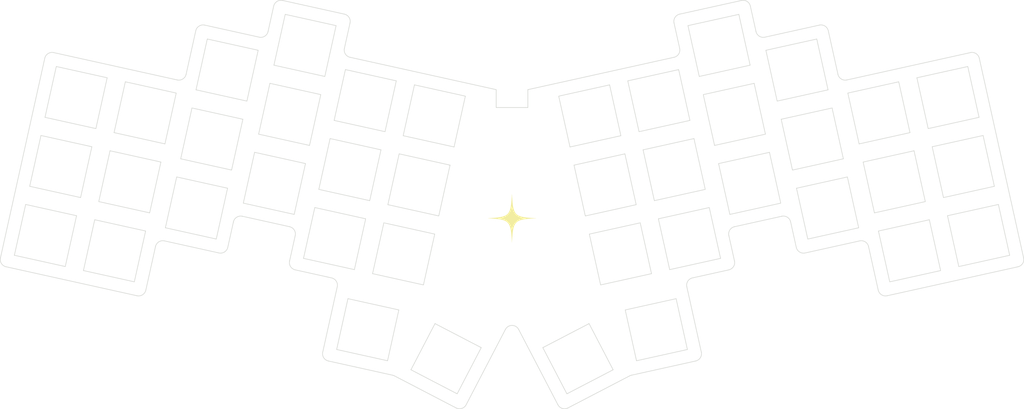
<source format=kicad_pcb>
(kicad_pcb
	(version 20240108)
	(generator "pcbnew")
	(generator_version "8.0")
	(general
		(thickness 1.6)
		(legacy_teardrops no)
	)
	(paper "A3")
	(title_block
		(title "switchplate")
		(rev "v1.0.0")
		(company "Unknown")
	)
	(layers
		(0 "F.Cu" signal)
		(31 "B.Cu" signal)
		(32 "B.Adhes" user "B.Adhesive")
		(33 "F.Adhes" user "F.Adhesive")
		(34 "B.Paste" user)
		(35 "F.Paste" user)
		(36 "B.SilkS" user "B.Silkscreen")
		(37 "F.SilkS" user "F.Silkscreen")
		(38 "B.Mask" user)
		(39 "F.Mask" user)
		(40 "Dwgs.User" user "User.Drawings")
		(41 "Cmts.User" user "User.Comments")
		(42 "Eco1.User" user "User.Eco1")
		(43 "Eco2.User" user "User.Eco2")
		(44 "Edge.Cuts" user)
		(45 "Margin" user)
		(46 "B.CrtYd" user "B.Courtyard")
		(47 "F.CrtYd" user "F.Courtyard")
		(48 "B.Fab" user)
		(49 "F.Fab" user)
	)
	(setup
		(stackup
			(layer "F.SilkS"
				(type "Top Silk Screen")
				(color "White")
			)
			(layer "F.Paste"
				(type "Top Solder Paste")
			)
			(layer "F.Mask"
				(type "Top Solder Mask")
				(color "Black")
				(thickness 0.01)
			)
			(layer "F.Cu"
				(type "copper")
				(thickness 0.035)
			)
			(layer "dielectric 1"
				(type "core")
				(thickness 1.51)
				(material "FR4")
				(epsilon_r 4.5)
				(loss_tangent 0.02)
			)
			(layer "B.Cu"
				(type "copper")
				(thickness 0.035)
			)
			(layer "B.Mask"
				(type "Bottom Solder Mask")
				(color "Black")
				(thickness 0.01)
			)
			(layer "B.Paste"
				(type "Bottom Solder Paste")
			)
			(layer "B.SilkS"
				(type "Bottom Silk Screen")
				(color "White")
			)
			(copper_finish "None")
			(dielectric_constraints no)
		)
		(pad_to_mask_clearance 0.05)
		(allow_soldermask_bridges_in_footprints no)
		(pcbplotparams
			(layerselection 0x00010fc_ffffffff)
			(plot_on_all_layers_selection 0x0000000_00000000)
			(disableapertmacros no)
			(usegerberextensions no)
			(usegerberattributes yes)
			(usegerberadvancedattributes yes)
			(creategerberjobfile yes)
			(dashed_line_dash_ratio 12.000000)
			(dashed_line_gap_ratio 3.000000)
			(svgprecision 4)
			(plotframeref no)
			(viasonmask no)
			(mode 1)
			(useauxorigin no)
			(hpglpennumber 1)
			(hpglpenspeed 20)
			(hpglpendiameter 15.000000)
			(pdf_front_fp_property_popups yes)
			(pdf_back_fp_property_popups yes)
			(dxfpolygonmode yes)
			(dxfimperialunits yes)
			(dxfusepcbnewfont yes)
			(psnegative no)
			(psa4output no)
			(plotreference yes)
			(plotvalue yes)
			(plotfptext yes)
			(plotinvisibletext no)
			(sketchpadsonfab no)
			(subtractmaskfromsilk no)
			(outputformat 1)
			(mirror no)
			(drillshape 0)
			(scaleselection 1)
			(outputdirectory "./switchplate")
		)
	)
	(net 0 "")
	(gr_poly
		(pts
			(xy 201.112755 108.138324) (xy 201.115001 108.143952) (xy 201.11749 108.15636) (xy 201.123118 108.20006)
			(xy 201.136391 108.352813) (xy 201.151252 108.573299) (xy 201.166377 108.838235) (xy 201.203774 109.480336)
			(xy 201.247935 110.066618) (xy 201.3 110.6) (xy 201.329353 110.847766) (xy 201.36111 111.083401)
			(xy 201.395414 111.30727) (xy 201.432407 111.519739) (xy 201.472232 111.721171) (xy 201.515032 111.911933)
			(xy 201.560948 112.092388) (xy 201.610125 112.262901) (xy 201.662704 112.423838) (xy 201.718827 112.575563)
			(xy 201.778639 112.718441) (xy 201.84228 112.852836) (xy 201.909895 112.979115) (xy 201.981625 113.097641)
			(xy 202.057613 113.208779) (xy 202.138002 113.312895) (xy 202.222934 113.410352) (xy 202.312552 113.501516)
			(xy 202.406999 113.586752) (xy 202.506417 113.666425) (xy 202.61095 113.740899) (xy 202.720738 113.810539)
			(xy 202.835926 113.87571) (xy 202.956656 113.936777) (xy 203.08307 113.994104) (xy 203.215311 114.048058)
			(xy 203.360682 114.100778) (xy 203.519576 114.150997) (xy 203.878313 114.243981) (xy 204.292281 114.32711)
			(xy 204.762242 114.400482) (xy 205.288956 114.464197) (xy 205.873183 114.518354) (xy 206.515685 114.563052)
			(xy 207.217223 114.598391) (xy 207.305946 114.602994) (xy 207.388849 114.608225) (xy 207.464079 114.613918)
			(xy 207.529783 114.61991) (xy 207.584111 114.626034) (xy 207.60643 114.629094) (xy 207.62521 114.632125)
			(xy 207.640219 114.635106) (xy 207.651227 114.638018) (xy 207.658002 114.640838) (xy 207.659729 114.642207)
			(xy 207.660311 114.643547) (xy 207.660065 114.644604) (xy 207.659335 114.64566) (xy 207.656469 114.647757)
			(xy 207.651809 114.649822) (xy 207.645451 114.651836) (xy 207.637488 114.653785) (xy 207.628016 114.655651)
			(xy 207.604925 114.659068) (xy 207.57694 114.661957) (xy 207.54482 114.664184) (xy 207.509328 114.665617)
			(xy 207.471222 114.666124) (xy 207.285209 114.669905) (xy 207.038275 114.6805) (xy 206.424883 114.71763)
			(xy 205.757515 114.768518) (xy 205.162644 114.824168) (xy 204.656181 114.886627) (xy 204.196645 114.96136)
			(xy 203.78155 115.050852) (xy 203.589892 115.101909) (xy 203.408413 115.157587) (xy 203.236801 115.218198)
			(xy 203.074748 115.284051) (xy 202.921941 115.355457) (xy 202.778071 115.432726) (xy 202.642826 115.516171)
			(xy 202.515897 115.6061) (xy 202.396972 115.702824) (xy 202.285742 115.806654) (xy 202.181895 115.917901)
			(xy 202.085121 116.036876) (xy 201.995109 116.163888) (xy 201.911549 116.299248) (xy 201.834131 116.443267)
			(xy 201.762543 116.596256) (xy 201.696475 116.758525) (xy 201.635616 116.930384) (xy 201.579657 117.112145)
			(xy 201.528286 117.304117) (xy 201.438066 117.719939) (xy 201.362473 118.180336) (xy 201.299022 118.687791)
			(xy 201.257042 119.122634) (xy 201.215061 119.647699) (xy 201.178372 120.192344) (xy 201.152266 120.685924)
			(xy 201.14825 120.766577) (xy 201.143684 120.841009) (xy 201.13868 120.908751) (xy 201.133349 120.969337)
			(xy 201.127803 121.0223) (xy 201.122154 121.067172) (xy 201.116513 121.103487) (xy 201.110991 121.130777)
			(xy 201.105702 121.148575) (xy 201.103179 121.153769) (xy 201.100755 121.156414) (xy 201.098446 121.156453)
			(xy 201.096264 121.153827) (xy 201.094223 121.148477) (xy 201.092338 121.140346) (xy 201.089091 121.115505)
			(xy 201.086633 121.078836) (xy 201.085077 121.029872) (xy 201.084533 120.968146) (xy 201.08116 120.82849)
			(xy 201.071833 120.620836) (xy 201.040083 120.075618) (xy 200.998808 119.480658) (xy 200.957533 118.984124)
			(xy 200.915496 118.586926) (xy 200.868357 118.218877) (xy 200.815514 117.878635) (xy 200.756361 117.564855)
			(xy 200.724231 117.417468) (xy 200.690297 117.276194) (xy 200.654484 117.140863) (xy 200.616716 117.011308)
			(xy 200.576919 116.887361) (xy 200.535017 116.768854) (xy 200.490933 116.655619) (xy 200.444594 116.547488)
			(xy 200.395923 116.444293) (xy 200.344845 116.345866) (xy 200.291284 116.25204) (xy 200.235165 116.162646)
			(xy 200.176413 116.077516) (xy 200.114952 115.996482) (xy 200.050707 115.919377) (xy 199.983602 115.846033)
			(xy 199.913561 115.776281) (xy 199.84051 115.709954) (xy 199.764373 115.646883) (xy 199.685075 115.586901)
			(xy 199.602539 115.52984) (xy 199.516691 115.475531) (xy 199.427455 115.423808) (xy 199.334755 115.374501)
			(xy 199.206374 115.311962) (xy 199.072481 115.253333) (xy 198.932132 115.198425) (xy 198.784378 115.147048)
			(xy 198.628273 115.099011) (xy 198.46287 115.054124) (xy 198.100386 114.973041) (xy 197.68935 114.902276)
			(xy 197.222189 114.840308) (xy 196.691331 114.785617) (xy 196.0892 114.73668) (xy 195.829158 114.719482)
			(xy 195.549802 114.702813) (xy 195.067555 114.677413) (xy 194.9779 114.672937) (xy 194.894297 114.668064)
			(xy 194.818566 114.662927) (xy 194.752525 114.657657) (xy 194.697993 114.652388) (xy 194.65679 114.64725)
			(xy 194.641754 114.644773) (xy 194.630734 114.642378) (xy 194.623954 114.640082) (xy 194.622226 114.638976)
			(xy 194.621644 114.637902) (xy 194.623889 114.635722) (xy 194.630474 114.633426) (xy 194.655775 114.628554)
			(xy 194.69576 114.623416) (xy 194.748644 114.618147) (xy 194.885963 114.60774) (xy 195.053444 114.598391)
			(xy 195.507712 114.575466) (xy 195.952322 114.547282) (xy 196.381586 114.514402) (xy 196.789816 114.477388)
			(xy 197.171323 114.436802) (xy 197.520419 114.393207) (xy 197.831415 114.347164) (xy 198.098622 114.299236)
			(xy 198.404435 114.231548) (xy 198.686559 114.155798) (xy 198.946111 114.070871) (xy 199.184207 113.97565)
			(xy 199.295558 113.92383) (xy 199.401964 113.869019) (xy 199.503563 113.811075) (xy 199.600496 113.749861)
			(xy 199.692902 113.685236) (xy 199.780921 113.617061) (xy 199.864692 113.545196) (xy 199.944355 113.469502)
			(xy 200.020049 113.389839) (xy 200.091914 113.306068) (xy 200.16009 113.218049) (xy 200.224715 113.125643)
			(xy 200.285929 113.02871) (xy 200.343872 112.92711) (xy 200.398684 112.820705) (xy 200.450503 112.709354)
			(xy 200.545724 112.471258) (xy 200.630652 112.211705) (xy 200.706401 111.929581) (xy 200.774089 111.623768)
			(xy 200.822133 111.35375) (xy 200.868457 111.038951) (xy 200.9124 110.685655) (xy 200.9533 110.300146)
			(xy 200.990496 109.888708) (xy 201.023326 109.457625) (xy 201.051129 109.01318) (xy 201.073244 108.561657)
			(xy 201.07772 108.472509) (xy 201.082593 108.39034) (xy 201.08773 108.316835) (xy 201.093 108.253682)
			(xy 201.098269 108.202568) (xy 201.100863 108.182052) (xy 201.103407 108.165179) (xy 201.105884 108.152159)
			(xy 201.108279 108.143202) (xy 201.109441 108.140314) (xy 201.110575 108.13852) (xy 201.111681 108.137848)
		)
		(stroke
			(width -0.000001)
			(type solid)
		)
		(fill solid)
		(layer "F.SilkS")
		(uuid "9a32eaa8-420e-40e9-bb78-10b41565a1ef")
	)
	(gr_arc
		(start 262.772957 56.060535)
		(mid 264.280438 56.326338)
		(end 265.158428 57.580248)
		(stroke
			(width 0.15)
			(type solid)
		)
		(layer "Edge.Cuts")
		(uuid "02642ac5-96b3-4078-bd97-284942b00eac")
	)
	(gr_line
		(start 238.602499 129.533584)
		(end 235.572344 115.86544)
		(stroke
			(width 0.15)
			(type solid)
		)
		(layer "Edge.Cuts")
		(uuid "02ec5565-2b4f-4ad0-be69-694c5753da29")
	)
	(gr_arc
		(start 291.071634 77.442416)
		(mid 289.564148 77.17661)
		(end 288.686163 75.922703)
		(stroke
			(width 0.15)
			(type solid)
		)
		(layer "Edge.Cuts")
		(uuid "03c447d6-033e-4999-9c71-d2f090c092b2")
	)
	(gr_line
		(start 108.030622 117.196526)
		(end 121.698766 120.226681)
		(stroke
			(width 0.15)
			(type solid)
		)
		(layer "Edge.Cuts")
		(uuid "041cc5b4-0082-4ce2-9170-c756ffd2b5ec")
	)
	(gr_line
		(start 166.709649 115.86544)
		(end 163.679495 129.533584)
		(stroke
			(width 0.15)
			(type solid)
		)
		(layer "Edge.Cuts")
		(uuid "0424ad24-279c-4db4-9f55-f8f54ba31be8")
	)
	(gr_line
		(start 133.223017 65.934033)
		(end 118.578577 62.687438)
		(stroke
			(width 0.15)
			(type solid)
		)
		(layer "Edge.Cuts")
		(uuid "07e1883e-04cf-4596-8c5e-340da20d4878")
	)
	(gr_arc
		(start 126.30622 115.614591)
		(mid 127.184218 114.360687)
		(end 128.691691 114.094878)
		(stroke
			(width 0.15)
			(type solid)
		)
		(layer "Edge.Cuts")
		(uuid "0b0b0aeb-8528-43cf-9163-efe8aef1b4a7")
	)
	(gr_line
		(start 270.290756 96.901479)
		(end 256.622612 99.931633)
		(stroke
			(width 0.15)
			(type solid)
		)
		(layer "Edge.Cuts")
		(uuid "0b0cecd9-9c89-466d-9b1c-9a1bd828f2be")
	)
	(gr_line
		(start 316.264029 128.70491)
		(end 313.233874 115.036766)
		(stroke
			(width 0.15)
			(type solid)
		)
		(layer "Edge.Cuts")
		(uuid "0b59d2b7-0262-4afb-9314-7d7395e78fcd")
	)
	(gr_arc
		(start 248.091432 133.063475)
		(mid 248.357243 131.555994)
		(end 249.611145 130.678004)
		(stroke
			(width 0.15)
			(type solid)
		)
		(layer "Edge.Cuts")
		(uuid "0bafaa29-e9fd-45b7-a007-9f032f2836a8")
	)
	(gr_line
		(start 299.56573 118.06692)
		(end 302.595885 131.735064)
		(stroke
			(width 0.15)
			(type solid)
		)
		(layer "Edge.Cuts")
		(uuid "0bc51c95-9b11-4e4c-99a7-af376d71848c")
	)
	(gr_line
		(start 323.558793 73.825165)
		(end 309.890649 76.855319)
		(stroke
			(width 0.15)
			(type solid)
		)
		(layer "Edge.Cuts")
		(uuid "0c6f7f1d-86c3-4761-90af-7bc188dca6e8")
	)
	(gr_line
		(start 99.686108 131.735064)
		(end 102.716263 118.06692)
		(stroke
			(width 0.15)
			(type solid)
		)
		(layer "Edge.Cuts")
		(uuid "0d526010-c1e3-4cfd-baa5-f1a367f74a18")
	)
	(gr_line
		(start 231.547351 139.291909)
		(end 234.577506 152.960053)
		(stroke
			(width 0.15)
			(type solid)
		)
		(layer "Edge.Cuts")
		(uuid "0dbb80f9-8eb0-410b-a229-6b694267c4e4")
	)
	(gr_line
		(start 257.152123 125.421232)
		(end 254.121968 111.753087)
		(stroke
			(width 0.15)
			(type solid)
		)
		(layer "Edge.Cuts")
		(uuid "0fc012af-c6c3-4801-b109-942387ecf338")
	)
	(gr_line
		(start 185.572344 95.46449)
		(end 188.602498 81.796346)
		(stroke
			(width 0.15)
			(type solid)
		)
		(layer "Edge.Cuts")
		(uuid "106c846e-f1cc-4b75-b242-e675b8c8e2ba")
	)
	(gr_line
		(start 273.320911 110.569623)
		(end 270.290756 96.901479)
		(stroke
			(width 0.15)
			(type solid)
		)
		(layer "Edge.Cuts")
		(uuid "108375b4-50e1-4540-9c93-2ef873abfcd1")
	)
	(gr_line
		(start 248.397907 62.832385)
		(end 251.428062 76.500529)
		(stroke
			(width 0.15)
			(type solid)
		)
		(layer "Edge.Cuts")
		(uuid "11079121-e0ba-43e9-a9b1-335ee0dd5c1a")
	)
	(gr_line
		(start 301.888979 135.47676)
		(end 337.035636 127.684933)
		(stroke
			(width 0.15)
			(type solid)
		)
		(layer "Edge.Cuts")
		(uuid "11f6c907-df27-4c12-9b48-1175ea9f0020")
	)
	(gr_line
		(start 276.470874 101.677056)
		(end 290.139018 98.646902)
		(stroke
			(width 0.15)
			(type solid)
		)
		(layer "Edge.Cuts")
		(uuid "1215ea93-7dd8-49d9-b30f-dc9d6dd257a4")
	)
	(gr_line
		(start 75.693045 87.493309)
		(end 89.361189 90.523463)
		(stroke
			(width 0.15)
			(type solid)
		)
		(layer "Edge.Cuts")
		(uuid "12282dea-ef58-47f9-9ae6-4e9f8feba088")
	)
	(gr_line
		(start 314.003002 95.404943)
		(end 317.033156 109.073087)
		(stroke
			(width 0.15)
			(type solid)
		)
		(layer "Edge.Cuts")
		(uuid "13afdae2-8152-4447-9c41-788c8bed76a6")
	)
	(gr_arc
		(start 294.520762 120.721782)
		(mid 296.028251 120.987586)
		(end 296.906233 122.241495)
		(stroke
			(width 0.15)
			(type solid)
		)
		(layer "Edge.Cuts")
		(uuid "14a6f01a-66d6-4a2f-9a43-1cee8a20d1ae")
	)
	(gr_line
		(start 102.778485 133.957047)
		(end 105.37576 122.241495)
		(stroke
			(width 0.15)
			(type solid)
		)
		(layer "Edge.Cuts")
		(uuid "15f3b71d-c523-42af-a5d2-92374baa8582")
	)
	(gr_arc
		(start 251.987345 150.636803)
		(mid 251.721545 152.144293)
		(end 250.467633 153.022275)
		(stroke
			(width 0.15)
			(type solid)
		)
		(layer "Edge.Cuts")
		(uuid "161b6602-2513-4d7b-b86a-50042958a1bb")
	)
	(gr_line
		(start 239.371626 109.901762)
		(end 253.03977 106.871607)
		(stroke
			(width 0.15)
			(type solid)
		)
		(layer "Edge.Cuts")
		(uuid "18379b89-5942-4cca-9356-15f4574d932e")
	)
	(gr_line
		(start 158.798015 128.451386)
		(end 161.828169 114.783242)
		(stroke
			(width 0.15)
			(type solid)
		)
		(layer "Edge.Cuts")
		(uuid "1984aaa0-e2fb-4379-bbfe-19b170ba0593")
	)
	(gr_line
		(start 327.671146 92.374789)
		(end 314.003002 95.404943)
		(stroke
			(width 0.15)
			(type solid)
		)
		(layer "Edge.Cuts")
		(uuid "1ac82865-180d-4c00-8448-b2aa5a637a41")
	)
	(gr_line
		(start 106.828615 99.517296)
		(end 93.160471 96.487141)
		(stroke
			(width 0.15)
			(type solid)
		)
		(layer "Edge.Cuts")
		(uuid "1b3bf219-da15-4f28-8e0c-18c09ef62d54")
	)
	(gr_line
		(start 157.066498 136.261754)
		(end 154.036343 149.929898)
		(stroke
			(width 0.15)
			(type solid)
		)
		(layer "Edge.Cuts")
		(uuid "1c486469-a4bc-4905-b8ff-6d321f9da148")
	)
	(gr_line
		(start 154.036343 149.929898)
		(end 167.704487 152.960053)
		(stroke
			(width 0.15)
			(type solid)
		)
		(layer "Edge.Cuts")
		(uuid "1d49dee5-b29c-46d6-a259-3a08dfe242d6")
	)
	(gr_arc
		(start 196.890996 80.048309)
		(mid 196.867778 80.043593)
		(end 196.844617 80.038602)
		(stroke
			(width 0.15)
			(type solid)
		)
		(layer "Edge.Cuts")
		(uuid "1da9bb3d-6312-4227-b99f-d313e128e354")
	)
	(gr_arc
		(start 260.893818 126.128137)
		(mid 260.628 127.635601)
		(end 259.374105 128.513608)
		(stroke
			(width 0.15)
			(type solid)
		)
		(layer "Edge.Cuts")
		(uuid "1e1e67e0-e5cc-4577-8c11-74538b076a37")
	)
	(gr_line
		(start 331.783499 110.924413)
		(end 318.115354 113.954567)
		(stroke
			(width 0.15)
			(type solid)
		)
		(layer "Edge.Cuts")
		(uuid "1f806ee1-1146-4f86-8c42-e510d0bf9a40")
	)
	(gr_line
		(start 326.65117 71.603182)
		(end 338.555348 125.299462)
		(stroke
			(width 0.15)
			(type solid)
		)
		(layer "Edge.Cuts")
		(uuid "21513342-9f47-46a7-88a4-2489e3ea1bca")
	)
	(gr_line
		(start 217.791847 100.34597)
		(end 220.822002 114.014115)
		(stroke
			(width 0.15)
			(type solid)
		)
		(layer "Edge.Cuts")
		(uuid "234dea3e-8e18-492e-9115-71e6e591a507")
	)
	(gr_arc
		(start 151.814361 153.022275)
		(mid 150.560472 152.14428)
		(end 150.294648 150.636804)
		(stroke
			(width 0.15)
			(type solid)
		)
		(layer "Edge.Cuts")
		(uuid "2419aec9-8566-4d34-a529-b3dae70d3ec7")
	)
	(gr_line
		(start 103.798461 113.18544)
		(end 106.828615 99.517296)
		(stroke
			(width 0.15)
			(type solid)
		)
		(layer "Edge.Cuts")
		(uuid "24592c18-4d07-42d6-a0cc-9fdf1f15bff8")
	)
	(gr_arc
		(start 75.630823 71.603182)
		(mid 76.508823 70.349285)
		(end 78.016294 70.083469)
		(stroke
			(width 0.15)
			(type solid)
		)
		(layer "Edge.Cuts")
		(uuid "245a09d0-e563-413c-91ed-37e651d5134c")
	)
	(gr_arc
		(start 65.246358 127.684933)
		(mid 63.992442 126.806939)
		(end 63.726645 125.299462)
		(stroke
			(width 0.15)
			(type solid)
		)
		(layer "Edge.Cuts")
		(uuid "247f0276-9256-4ca3-85aa-f3305ee12ec6")
	)
	(gr_line
		(start 294.251371 117.196526)
		(end 291.221216 103.528382)
		(stroke
			(width 0.15)
			(type solid)
		)
		(layer "Edge.Cuts")
		(uuid "2501b279-136a-48bb-b332-f03b5835f0e6")
	)
	(gr_line
		(start 249.611145 130.678004)
		(end 259.374105 128.513608)
		(stroke
			(width 0.15)
			(type solid)
		)
		(layer "Edge.Cuts")
		(uuid "2667d1ae-3a94-40b8-b4a6-e93efab93055")
	)
	(gr_line
		(start 302.595885 131.735064)
		(end 316.264029 128.70491)
		(stroke
			(width 0.15)
			(type solid)
		)
		(layer "Edge.Cuts")
		(uuid "2682a3f1-b170-490b-871c-9f427a10cf6e")
	)
	(gr_line
		(start 245.215496 136.261754)
		(end 231.547351 139.291909)
		(stroke
			(width 0.15)
			(type solid)
		)
		(layer "Edge.Cuts")
		(uuid "26fab1e9-3441-4fe9-b15d-8f658317084c")
	)
	(gr_arc
		(start 269.058976 65.934033)
		(mid 267.55146 65.668248)
		(end 266.673505 64.41432)
		(stroke
			(width 0.15)
			(type solid)
		)
		(layer "Edge.Cuts")
		(uuid "273e747f-0f1a-4f3f-85ba-17bb512fd8eb")
	)
	(gr_line
		(start 234.490146 110.98396)
		(end 231.459991 97.315816)
		(stroke
			(width 0.15)
			(type solid)
		)
		(layer "Edge.Cuts")
		(uuid "2b1663e3-baac-49af-b39a-d2f79eddde1a")
	)
	(gr_line
		(start 156.106069 59.740008)
		(end 139.509036 56.060535)
		(stroke
			(width 0.15)
			(type solid)
		)
		(layer "Edge.Cuts")
		(uuid "2d5c7c23-4f4c-4d35-a192-a4ddd3c1cf31")
	)
	(gr_line
		(start 184.490146 100.34597)
		(end 170.822002 97.315816)
		(stroke
			(width 0.15)
			(type solid)
		)
		(layer "Edge.Cuts")
		(uuid "2d62dde9-c38d-4675-bc21-d1ba488ca8ad")
	)
	(gr_line
		(start 111.060777 103.528382)
		(end 108.030622 117.196526)
		(stroke
			(width 0.15)
			(type solid)
		)
		(layer "Edge.Cuts")
		(uuid "2ea7a5fe-16f6-404b-a31f-21a2a0253538")
	)
	(gr_line
		(start 140.215942 59.80223)
		(end 137.185787 73.470374)
		(stroke
			(width 0.15)
			(type solid)
		)
		(layer "Edge.Cuts")
		(uuid "2f17e0f3-7778-4b8d-b279-1ba58ef73ec7")
	)
	(gr_line
		(start 269.208558 92.019999)
		(end 266.178404 78.351855)
		(stroke
			(width 0.15)
			(type solid)
		)
		(layer "Edge.Cuts")
		(uuid "2ff5a63b-ab74-4eb8-8029-64494de9ec87")
	)
	(gr_line
		(start 196.890997 84.865341)
		(end 205.390997 84.865341)
		(stroke
			(width 0.15)
			(type solid)
		)
		(layer "Edge.Cuts")
		(uuid "305f1f09-6211-454d-ba47-b26cb7299511")
	)
	(gr_line
		(start 266.673505 64.41432)
		(end 265.158428 57.580248)
		(stroke
			(width 0.15)
			(type solid)
		)
		(layer "Edge.Cuts")
		(uuid "313ecb2a-d989-402e-a345-03bd39cd784d")
	)
	(gr_line
		(start 231.459991 97.315816)
		(end 217.791847 100.34597)
		(stroke
			(width 0.15)
			(type solid)
		)
		(layer "Edge.Cuts")
		(uuid "32187dd8-5f7d-4254-a635-2771117cc9bb")
	)
	(gr_line
		(start 167.704487 152.960053)
		(end 170.734642 139.291909)
		(stroke
			(width 0.15)
			(type solid)
		)
		(layer "Edge.Cuts")
		(uuid "349823da-56fb-467d-abd5-be4df6959d50")
	)
	(gr_line
		(start 262.066051 59.80223)
		(end 248.397907 62.832385)
		(stroke
			(width 0.15)
			(type solid)
		)
		(layer "Edge.Cuts")
		(uuid "34f69618-06ff-466b-a40e-55801f68d6b8")
	)
	(gr_line
		(start 209.413669 149.431456)
		(end 215.878149 161.849608)
		(stroke
			(width 0.15)
			(type solid)
		)
		(layer "Edge.Cuts")
		(uuid "3646baaa-b6ee-43a3-bd44-126772abd09a")
	)
	(gr_line
		(start 119.285482 66.429134)
		(end 116.255327 80.097278)
		(stroke
			(width 0.15)
			(type solid)
		)
		(layer "Edge.Cuts")
		(uuid "367b2920-7527-47ff-b65e-7943e9cc60e5")
	)
	(gr_line
		(start 153.884086 62.832385)
		(end 140.215942 59.80223)
		(stroke
			(width 0.15)
			(type solid)
		)
		(layer "Edge.Cuts")
		(uuid "367e763c-1220-4f7b-8771-45b298916afe")
	)
	(gr_line
		(start 90.130317 110.155285)
		(end 103.798461 113.18544)
		(stroke
			(width 0.15)
			(type solid)
		)
		(layer "Edge.Cuts")
		(uuid "381a9fe9-ff43-4c37-9ead-2d37cf1d7006")
	)
	(gr_line
		(start 128.841273 88.008912)
		(end 115.173129 84.978758)
		(stroke
			(width 0.15)
			(type solid)
		)
		(layer "Edge.Cuts")
		(uuid "393ffb2e-9927-454f-b8e1-74b986f46bd6")
	)
	(gr_line
		(start 312.920804 90.523463)
		(end 326.588948 87.493309)
		(stroke
			(width 0.15)
			(type solid)
		)
		(layer "Edge.Cuts")
		(uuid "3a1b17d5-9de5-496c-baa2-bcc5b11574f0")
	)
	(gr_line
		(start 165.940522 96.233618)
		(end 152.272377 93.203463)
		(stroke
			(width 0.15)
			(type solid)
		)
		(layer "Edge.Cuts")
		(uuid "3b54e22b-9938-4c5d-adda-55e505a5529e")
	)
	(gr_arc
		(start 169.066359 156.846951)
		(mid 169.317519 156.920159)
		(end 169.556977 157.025521)
		(stroke
			(width 0.15)
			(type solid)
		)
		(layer "Edge.Cuts")
		(uuid "3b68cd38-6ef2-459e-9605-2c7f58f51bc9")
	)
	(gr_line
		(start 163.679495 129.533584)
		(end 177.347639 132.563739)
		(stroke
			(width 0.15)
			(type solid)
		)
		(layer "Edge.Cuts")
		(uuid "3d050246-1493-451d-a685-81e02250cece")
	)
	(gr_line
		(start 107.910814 94.635816)
		(end 110.940968 80.967672)
		(stroke
			(width 0.15)
			(type solid)
		)
		(layer "Edge.Cuts")
		(uuid "3e2a2ede-eef7-4674-9d4d-c8c4d8c1bbb9")
	)
	(gr_line
		(start 173.985692 155.385127)
		(end 186.403844 161.849608)
		(stroke
			(width 0.15)
			(type solid)
		)
		(layer "Edge.Cuts")
		(uuid "40b41da5-ef16-4ba6-86b6-0965b2fb048b")
	)
	(gr_line
		(start 230.377793 92.434336)
		(end 227.347639 78.766192)
		(stroke
			(width 0.15)
			(type solid)
		)
		(layer "Edge.Cuts")
		(uuid "40e574a8-4655-434b-b668-eb6e0e8c3110")
	)
	(gr_line
		(start 224.934354 132.563739)
		(end 238.602499 129.533584)
		(stroke
			(width 0.15)
			(type solid)
		)
		(layer "Edge.Cuts")
		(uuid "4135cb0f-87a7-4b3d-ba50-e6800dca5856")
	)
	(gr_line
		(start 142.903252 119.294065)
		(end 141.388175 126.128137)
		(stroke
			(width 0.15)
			(type solid)
		)
		(layer "Edge.Cuts")
		(uuid "442ae758-6f91-4f7b-a209-168da0660f14")
	)
	(gr_line
		(start 156.110704 68.959552)
		(end 157.625781 62.125479)
		(stroke
			(width 0.15)
			(type solid)
		)
		(layer "Edge.Cuts")
		(uuid "44dd9d00-0ff8-412b-aaeb-1dd6ec2bbe0e")
	)
	(gr_line
		(start 234.577506 152.960053)
		(end 248.24565 149.929898)
		(stroke
			(width 0.15)
			(type solid)
		)
		(layer "Edge.Cuts")
		(uuid "45296912-a473-4778-b8fe-6e8a54b8041c")
	)
	(gr_line
		(start 170.052874 77.683994)
		(end 156.38473 74.653839)
		(stroke
			(width 0.15)
			(type solid)
		)
		(layer "Edge.Cuts")
		(uuid "484d1bef-5b08-4fd2-8913-8e66375253b1")
	)
	(gr_line
		(start 296.906233 122.241495)
		(end 299.503508 133.957047)
		(stroke
			(width 0.15)
			(type solid)
		)
		(layer "Edge.Cuts")
		(uuid "49464f07-f7f7-4753-b70c-8eef508fd166")
	)
	(gr_line
		(start 128.691691 114.094878)
		(end 141.383539 116.908593)
		(stroke
			(width 0.15)
			(type solid)
		)
		(layer "Edge.Cuts")
		(uuid "49f27375-c248-4876-afd6-be932ec2497c")
	)
	(gr_line
		(start 67.46834 124.592557)
		(end 81.136484 127.622711)
		(stroke
			(width 0.15)
			(type solid)
		)
		(layer "Edge.Cuts")
		(uuid "4bfa1c11-1657-47ed-b415-a4f517e56c9e")
	)
	(gr_line
		(start 171.9042 92.434336)
		(end 185.572344 95.46449)
		(stroke
			(width 0.15)
			(type solid)
		)
		(layer "Edge.Cuts")
		(uuid "4c0dee23-6a11-4e4f-ba27-60310fec46fb")
	)
	(gr_line
		(start 309.890649 76.855319)
		(end 312.920804 90.523463)
		(stroke
			(width 0.15)
			(type solid)
		)
		(layer "Edge.Cuts")
		(uuid "4c87ea27-3fe6-4dc0-80d9-b0015f1c5265")
	)
	(gr_line
		(start 133.073435 92.019999)
		(end 146.741579 95.050153)
		(stroke
			(width 0.15)
			(type solid)
		)
		(layer "Edge.Cuts")
		(uuid "4e7c8870-afe2-4725-9f8b-a3c5fc0b2199")
	)
	(gr_line
		(start 334.813653 124.592557)
		(end 331.783499 110.924413)
		(stroke
			(width 0.15)
			(type solid)
		)
		(layer "Edge.Cuts")
		(uuid "4f94447f-28e4-43ab-8cbd-dfd75c033ff0")
	)
	(gr_line
		(start 93.160471 96.487141)
		(end 90.130317 110.155285)
		(stroke
			(width 0.15)
			(type solid)
		)
		(layer "Edge.Cuts")
		(uuid "50c4d452-c914-4198-a965-b7a1c10eee31")
	)
	(gr_line
		(start 251.428062 76.500529)
		(end 265.096206 73.470374)
		(stroke
			(width 0.15)
			(type solid)
		)
		(layer "Edge.Cuts")
		(uuid "51f16eed-1a31-4627-a79d-463039700f4f")
	)
	(gr_line
		(start 215.878149 161.849608)
		(end 228.296301 155.385127)
		(stroke
			(width 0.15)
			(type solid)
		)
		(layer "Edge.Cuts")
		(uuid "529a7bfb-69a9-449e-aa67-7e74975fefb3")
	)
	(gr_line
		(start 288.686163 75.922703)
		(end 286.088888 64.207151)
		(stroke
			(width 0.15)
			(type solid)
		)
		(layer "Edge.Cuts")
		(uuid "52e94ebe-8bdb-4781-988b-64d2e1cd86fa")
	)
	(gr_line
		(start 81.136484 127.622711)
		(end 84.166639 113.954567)
		(stroke
			(width 0.15)
			(type solid)
		)
		(layer "Edge.Cuts")
		(uuid "537fb5af-ffbf-4047-9333-aa93457f81b9")
	)
	(gr_line
		(start 309.121522 96.487141)
		(end 295.453378 99.517296)
		(stroke
			(width 0.15)
			(type solid)
		)
		(layer "Edge.Cuts")
		(uuid "55c93f03-8580-493e-a15f-3c4ae86ee981")
	)
	(gr_line
		(start 151.81436 153.022275)
		(end 169.066359 156.846951)
		(stroke
			(width 0.15)
			(type solid)
		)
		(layer "Edge.Cuts")
		(uuid "56888efc-eb60-48c5-a3f6-369cdd70d1d9")
	)
	(gr_line
		(start 186.403844 161.849608)
		(end 192.868324 149.431456)
		(stroke
			(width 0.15)
			(type solid)
		)
		(layer "Edge.Cuts")
		(uuid "586271e6-ea19-4861-9cf0-fbfb7984938a")
	)
	(gr_line
		(start 94.24267 91.605661)
		(end 107.910814 94.635816)
		(stroke
			(width 0.15)
			(type solid)
		)
		(layer "Edge.Cuts")
		(uuid "586f4c7f-837b-4aa8-8c77-abb8c187b955")
	)
	(gr_line
		(start 84.166639 113.954567)
		(end 70.498495 110.924413)
		(stroke
			(width 0.15)
			(type solid)
		)
		(layer "Edge.Cuts")
		(uuid "58b802bd-6cba-4a2d-ad5a-db5e8f34edbb")
	)
	(gr_line
		(start 169.556977 157.025521)
		(end 186.11824 165.646769)
		(stroke
			(width 0.15)
			(type solid)
		)
		(layer "Edge.Cuts")
		(uuid "59d4d480-e8ad-443a-b5b3-bada982a43f8")
	)
	(gr_line
		(start 250.009616 93.203463)
		(end 236.341471 96.233618)
		(stroke
			(width 0.15)
			(type solid)
		)
		(layer "Edge.Cuts")
		(uuid "5a07e1e1-794f-429c-a31e-f9f0a634f7b0")
	)
	(gr_line
		(start 326.588948 87.493309)
		(end 323.558793 73.825165)
		(stroke
			(width 0.15)
			(type solid)
		)
		(layer "Edge.Cuts")
		(uuid "5a34db38-4c5e-410b-8ff7-cb017b73f6cc")
	)
	(gr_arc
		(start 216.163753 165.646769)
		(mid 214.638838 165.780181)
		(end 213.466234 164.796244)
		(stroke
			(width 0.15)
			(type solid)
		)
		(layer "Edge.Cuts")
		(uuid "5d35ca0e-9608-4980-b809-77136e3be16f")
	)
	(gr_line
		(start 85.248837 109.073087)
		(end 88.278991 95.404943)
		(stroke
			(width 0.15)
			(type solid)
		)
		(layer "Edge.Cuts")
		(uuid "5e25c6ad-c277-459b-84b7-59e6868b5511")
	)
	(gr_line
		(start 162.910367 109.901762)
		(end 165.940522 96.233618)
		(stroke
			(width 0.15)
			(type solid)
		)
		(layer "Edge.Cuts")
		(uuid "5e99265b-d0fe-4a8a-a203-b6a06d659070")
	)
	(gr_line
		(start 321.145509 127.622711)
		(end 334.813653 124.592557)
		(stroke
			(width 0.15)
			(type solid)
		)
		(layer "Edge.Cuts")
		(uuid "600c1fd1-0d7c-490f-8699-c2d0bd0dd46f")
	)
	(gr_line
		(start 137.185787 73.470374)
		(end 150.853931 76.500529)
		(stroke
			(width 0.15)
			(type solid)
		)
		(layer "Edge.Cuts")
		(uuid "630e7387-f2f5-46f9-ad81-536810e78770")
	)
	(gr_line
		(start 248.091432 133.063475)
		(end 251.987345 150.636804)
		(stroke
			(width 0.15)
			(type solid)
		)
		(layer "Edge.Cuts")
		(uuid "64138411-6afd-4c16-9034-7f5f1b86a96b")
	)
	(gr_arc
		(start 141.38354 116.908593)
		(mid 142.637445 117.786588)
		(end 142.903252 119.294065)
		(stroke
			(width 0.15)
			(type solid)
		)
		(layer "Edge.Cuts")
		(uuid "67656628-0ed5-4188-bce6-0008770f930e")
	)
	(gr_line
		(start 180.377793 118.895595)
		(end 166.709649 115.86544)
		(stroke
			(width 0.15)
			(type solid)
		)
		(layer "Edge.Cuts")
		(uuid "68089ae1-9faf-4e8b-8f20-7be92569bb6f")
	)
	(gr_line
		(start 153.354576 88.321983)
		(end 167.02272 91.352138)
		(stroke
			(width 0.15)
			(type solid)
		)
		(layer "Edge.Cuts")
		(uuid "694a2d37-e852-44f9-a5d4-2c8dc8d2ec12")
	)
	(gr_line
		(start 70.498495 110.924413)
		(end 67.46834 124.592557)
		(stroke
			(width 0.15)
			(type solid)
		)
		(layer "Edge.Cuts")
		(uuid "6af0288c-7e45-462f-a052-34326abd3429")
	)
	(gr_line
		(start 255.540414 95.050153)
		(end 269.208558 92.019999)
		(stroke
			(width 0.15)
			(type solid)
		)
		(layer "Edge.Cuts")
		(uuid "6c817553-2395-4d66-86cc-ab2583a4d66d")
	)
	(gr_line
		(start 228.296301 155.385127)
		(end 221.83182 142.966976)
		(stroke
			(width 0.15)
			(type solid)
		)
		(layer "Edge.Cuts")
		(uuid "6c92dea8-730e-433a-b0e4-66629c9726fb")
	)
	(gr_line
		(start 283.703416 62.687438)
		(end 269.058976 65.934033)
		(stroke
			(width 0.15)
			(type solid)
		)
		(layer "Edge.Cuts")
		(uuid "6d07460f-162f-4cd9-b05a-fdfa1e947442")
	)
	(gr_line
		(start 124.728921 106.558537)
		(end 111.060777 103.528382)
		(stroke
			(width 0.15)
			(type solid)
		)
		(layer "Edge.Cuts")
		(uuid "6e0f4be2-a611-40b6-9a11-65dadde6aec8")
	)
	(gr_arc
		(start 205.437376 80.038602)
		(mid 205.414215 80.043593)
		(end 205.390997 80.048309)
		(stroke
			(width 0.15)
			(type solid)
		)
		(layer "Edge.Cuts")
		(uuid "7023eb83-7e83-4f90-9e28-a21debeca9d4")
	)
	(gr_line
		(start 216.709649 95.46449)
		(end 230.377793 92.434336)
		(stroke
			(width 0.15)
			(type solid)
		)
		(layer "Edge.Cuts")
		(uuid "70b790b7-ea59-439c-86b5-c3db6c6d0819")
	)
	(gr_line
		(start 89.048119 115.036766)
		(end 86.017964 128.70491)
		(stroke
			(width 0.15)
			(type solid)
		)
		(layer "Edge.Cuts")
		(uuid "71d1a3f3-8acf-4a3f-a9bd-10ff4cc9c0a0")
	)
	(gr_line
		(start 248.24565 149.929898)
		(end 245.215496 136.261754)
		(stroke
			(width 0.15)
			(type solid)
		)
		(layer "Edge.Cuts")
		(uuid "7217db23-f182-4450-be6c-810fe4c0f4d5")
	)
	(gr_line
		(start 240.453824 114.783242)
		(end 243.483978 128.451386)
		(stroke
			(width 0.15)
			(type solid)
		)
		(layer "Edge.Cuts")
		(uuid "723fe812-03bd-4e84-b4bb-cb7ca5d08ec0")
	)
	(gr_arc
		(start 232.725016 157.025521)
		(mid 232.964474 156.920163)
		(end 233.215634 156.846951)
		(stroke
			(width 0.15)
			(type solid)
		)
		(layer "Edge.Cuts")
		(uuid "726c9a73-c21b-4316-a6a3-f2c5af50679c")
	)
	(gr_line
		(start 88.278991 95.404943)
		(end 74.610847 92.374789)
		(stroke
			(width 0.15)
			(type solid)
		)
		(layer "Edge.Cuts")
		(uuid "729acb27-e8c0-4973-a1cc-c7fc8080cb2f")
	)
	(gr_line
		(start 282.996511 66.429134)
		(end 269.328367 69.459288)
		(stroke
			(width 0.15)
			(type solid)
		)
		(layer "Edge.Cuts")
		(uuid "72ee93eb-0ffd-4597-a98b-3520e2ffc839")
	)
	(gr_line
		(start 115.173129 84.978758)
		(end 112.142975 98.646902)
		(stroke
			(width 0.15)
			(type solid)
		)
		(layer "Edge.Cuts")
		(uuid "7345525c-abde-4745-a2c3-ab3a788631c4")
	)
	(gr_line
		(start 177.347639 132.563739)
		(end 180.377793 118.895595)
		(stroke
			(width 0.15)
			(type solid)
		)
		(layer "Edge.Cuts")
		(uuid "750eda6e-c985-481e-919c-15e2fbf6c7cd")
	)
	(gr_line
		(start 245.897263 74.653839)
		(end 232.229119 77.683994)
		(stroke
			(width 0.15)
			(type solid)
		)
		(layer "Edge.Cuts")
		(uuid "76524644-88af-4411-b809-33d3440c41df")
	)
	(gr_line
		(start 150.853931 76.500529)
		(end 153.884086 62.832385)
		(stroke
			(width 0.15)
			(type solid)
		)
		(layer "Edge.Cuts")
		(uuid "765cb7c7-7300-448c-915d-ab4211014b78")
	)
	(gr_line
		(start 142.907888 128.513608)
		(end 152.670848 130.678004)
		(stroke
			(width 0.15)
			(type solid)
		)
		(layer "Edge.Cuts")
		(uuid "7726ae8c-65a4-46be-a33b-d753f326b59a")
	)
	(gr_line
		(start 290.139018 98.646902)
		(end 287.108864 84.978758)
		(stroke
			(width 0.15)
			(type solid)
		)
		(layer "Edge.Cuts")
		(uuid "781554ac-2f98-4ab2-b977-a59978e0bfe1")
	)
	(gr_line
		(start 253.03977 106.871607)
		(end 250.009616 93.203463)
		(stroke
			(width 0.15)
			(type solid)
		)
		(layer "Edge.Cuts")
		(uuid "7976e231-09b4-4eb1-a288-e79a874fb8ae")
	)
	(gr_line
		(start 121.698766 120.226681)
		(end 124.728921 106.558537)
		(stroke
			(width 0.15)
			(type solid)
		)
		(layer "Edge.Cuts")
		(uuid "79e358e8-9b91-4432-8962-2c2abd98f58e")
	)
	(gr_line
		(start 116.255327 80.097278)
		(end 129.923472 83.127432)
		(stroke
			(width 0.15)
			(type solid)
		)
		(layer "Edge.Cuts")
		(uuid "7e10aebc-39f6-4c97-b4a0-542f68893197")
	)
	(gr_line
		(start 142.629226 113.599777)
		(end 145.659381 99.931633)
		(stroke
			(width 0.15)
			(type solid)
		)
		(layer "Edge.Cuts")
		(uuid "7f1ceaec-9cb2-43a9-acd8-1615ee693dea")
	)
	(gr_arc
		(start 156.106068 59.740008)
		(mid 157.359948 60.618009)
		(end 157.625781 62.125479)
		(stroke
			(width 0.15)
			(type solid)
		)
		(layer "Edge.Cuts")
		(uuid "7f91b4e0-fe47-4d7c-b9eb-1db29f061f50")
	)
	(gr_line
		(start 205.437376 80.038602)
		(end 244.651576 71.345023)
		(stroke
			(width 0.15)
			(type solid)
		)
		(layer "Edge.Cuts")
		(uuid "80524fed-105d-4290-9395-605faa2d9576")
	)
	(gr_arc
		(start 199.366976 144.527547)
		(mid 201.140997 143.451045)
		(end 202.915018 144.527547)
		(stroke
			(width 0.15)
			(type solid)
		)
		(layer "Edge.Cuts")
		(uuid "81ae1137-1e63-4ef8-b37a-74b05d290c07")
	)
	(gr_line
		(start 97.272824 77.937517)
		(end 94.24267 91.605661)
		(stroke
			(width 0.15)
			(type solid)
		)
		(layer "Edge.Cuts")
		(uuid "82f1cf63-ab1b-4a08-90ce-3af6940c7f2a")
	)
	(gr_line
		(start 152.272377 93.203463)
		(end 149.242223 106.871607)
		(stroke
			(width 0.15)
			(type solid)
		)
		(layer "Edge.Cuts")
		(uuid "82f36820-e65f-4213-9f0f-637bb0dff6de")
	)
	(gr_arc
		(start 113.59583 75.922703)
		(mid 112.717832 77.176586)
		(end 111.210359 77.442416)
		(stroke
			(width 0.15)
			(type solid)
		)
		(layer "Edge.Cuts")
		(uuid "835ea3fe-4919-4b9a-b6f6-370ac68d3f4b")
	)
	(gr_arc
		(start 259.378741 119.294064)
		(mid 259.644557 117.786591)
		(end 260.898454 116.908593)
		(stroke
			(width 0.15)
			(type solid)
		)
		(layer "Edge.Cuts")
		(uuid "853ffa6d-d782-41ad-8209-18177fe0be98")
	)
	(gr_arc
		(start 301.888979 135.47676)
		(mid 300.381476 135.210975)
		(end 299.503508 133.957047)
		(stroke
			(width 0.15)
			(type solid)
		)
		(layer "Edge.Cuts")
		(uuid "870d3b42-d70e-4db0-8f82-845a2c4b2815")
	)
	(gr_line
		(start 313.233874 115.036766)
		(end 299.56573 118.06692)
		(stroke
			(width 0.15)
			(type solid)
		)
		(layer "Edge.Cuts")
		(uuid "88308446-a338-43c5-a207-7aab10bb33e8")
	)
	(gr_line
		(start 259.652767 113.599777)
		(end 273.320911 110.569623)
		(stroke
			(width 0.15)
			(type solid)
		)
		(layer "Edge.Cuts")
		(uuid "88eb1fd0-11d2-40c1-80cb-699ca1bb86d6")
	)
	(gr_line
		(start 243.483978 128.451386)
		(end 257.152123 125.421232)
		(stroke
			(width 0.15)
			(type solid)
		)
		(layer "Edge.Cuts")
		(uuid "88fa8c45-79c9-487d-a71c-5bae638229e8")
	)
	(gr_line
		(start 149.242223 106.871607)
		(end 162.910367 109.901762)
		(stroke
			(width 0.15)
			(type solid)
		)
		(layer "Edge.Cuts")
		(uuid "8b494274-7118-4b3c-b281-e66534a2e0fc")
	)
	(gr_line
		(start 277.553072 106.558537)
		(end 280.583227 120.226681)
		(stroke
			(width 0.15)
			(type solid)
		)
		(layer "Edge.Cuts")
		(uuid "8bfdd9d5-3907-4a12-a079-8d0a3adde107")
	)
	(gr_line
		(start 188.815759 164.796244)
		(end 199.366975 144.527547)
		(stroke
			(width 0.15)
			(type solid)
		)
		(layer "Edge.Cuts")
		(uuid "8d65ccd3-80a2-45ee-9644-8e1af336e190")
	)
	(gr_line
		(start 116.193105 64.207151)
		(end 113.59583 75.922703)
		(stroke
			(width 0.15)
			(type solid)
		)
		(layer "Edge.Cuts")
		(uuid "8d963bcd-253d-4085-bccb-cd75d5286406")
	)
	(gr_line
		(start 275.975773 115.614591)
		(end 277.49085 122.448663)
		(stroke
			(width 0.15)
			(type solid)
		)
		(layer "Edge.Cuts")
		(uuid "8e227df4-e1d9-4c5d-b534-b5063ef16f1f")
	)
	(gr_line
		(start 161.828169 114.783242)
		(end 148.160025 111.753087)
		(stroke
			(width 0.15)
			(type solid)
		)
		(layer "Edge.Cuts")
		(uuid "8e817d8b-0444-42b3-ba66-d675c8dfc59d")
	)
	(gr_line
		(start 132.953626 69.459288)
		(end 119.285482 66.429134)
		(stroke
			(width 0.15)
			(type solid)
		)
		(layer "Edge.Cuts")
		(uuid "90a17c42-188b-42c5-9fef-2679e84daf06")
	)
	(gr_line
		(start 236.341471 96.233618)
		(end 239.371626 109.901762)
		(stroke
			(width 0.15)
			(type solid)
		)
		(layer "Edge.Cuts")
		(uuid "9488ea58-9ed6-401e-a026-aa2c3f5345a3")
	)
	(gr_line
		(start 221.83182 142.966976)
		(end 209.413669 149.431456)
		(stroke
			(width 0.15)
			(type solid)
		)
		(layer "Edge.Cuts")
		(uuid "963ccee5-d522-4ab2-9cd8-f679051ffbed")
	)
	(gr_line
		(start 150.294648 150.636804)
		(end 154.190561 133.063475)
		(stroke
			(width 0.15)
			(type solid)
		)
		(layer "Edge.Cuts")
		(uuid "975c90c2-3cf5-4e39-943d-e408f9144a1e")
	)
	(gr_line
		(start 287.108864 84.978758)
		(end 273.44072 88.008912)
		(stroke
			(width 0.15)
			(type solid)
		)
		(layer "Edge.Cuts")
		(uuid "97a2508d-c241-4e2b-8713-5747dcd5d8ce")
	)
	(gr_line
		(start 174.934354 78.766192)
		(end 171.9042 92.434336)
		(stroke
			(width 0.15)
			(type solid)
		)
		(layer "Edge.Cuts")
		(uuid "9a344fe0-e3a7-45b4-8d0f-a01acdb7ded7")
	)
	(gr_line
		(start 157.630417 71.345023)
		(end 196.844617 80.038602)
		(stroke
			(width 0.15)
			(type solid)
		)
		(layer "Edge.Cuts")
		(uuid "9db371e5-d21a-42a0-8416-77e1cecced84")
	)
	(gr_arc
		(start 116.193105 64.20715)
		(mid 117.071094 62.953252)
		(end 118.578577 62.687438)
		(stroke
			(width 0.15)
			(type solid)
		)
		(layer "Edge.Cuts")
		(uuid "9fbcab6d-02a0-44d4-b619-ec7f667fa8aa")
	)
	(gr_line
		(start 262.772957 56.060535)
		(end 246.175924 59.740008)
		(stroke
			(width 0.15)
			(type solid)
		)
		(layer "Edge.Cuts")
		(uuid "a21dd968-691d-41fc-98f3-7b42de9e52ce")
	)
	(gr_line
		(start 227.347639 78.766192)
		(end 213.679495 81.796346)
		(stroke
			(width 0.15)
			(type solid)
		)
		(layer "Edge.Cuts")
		(uuid "a2ddbe80-41cc-472d-af28-476f0a460019")
	)
	(gr_line
		(start 131.991236 96.901479)
		(end 128.961082 110.569623)
		(stroke
			(width 0.15)
			(type solid)
		)
		(layer "Edge.Cuts")
		(uuid "a3f94076-df5e-4664-84d7-81143ff2aae0")
	)
	(gr_line
		(start 252.51026 81.382009)
		(end 255.540414 95.050153)
		(stroke
			(width 0.15)
			(type solid)
		)
		(layer "Edge.Cuts")
		(uuid "a680289d-c4bb-427c-8300-6f4444ed540b")
	)
	(gr_line
		(start 192.868324 149.431456)
		(end 180.450173 142.966976)
		(stroke
			(width 0.15)
			(type solid)
		)
		(layer "Edge.Cuts")
		(uuid "a6f67d87-f952-4b03-ad05-e5f150831f0a")
	)
	(gr_line
		(start 102.716263 118.06692)
		(end 89.048119 115.036766)
		(stroke
			(width 0.15)
			(type solid)
		)
		(layer "Edge.Cuts")
		(uuid "a77dc157-246b-4ca1-b062-91d5cd47bb89")
	)
	(gr_line
		(start 272.358522 83.127432)
		(end 286.026666 80.097278)
		(stroke
			(width 0.15)
			(type solid)
		)
		(layer "Edge.Cuts")
		(uuid "a7c15bd9-c842-4b89-9f90-72517382efe1")
	)
	(gr_arc
		(start 283.703417 62.687438)
		(mid 285.210861 62.953271)
		(end 286.088888 64.207151)
		(stroke
			(width 0.15)
			(type solid)
		)
		(layer "Edge.Cuts")
		(uuid "a9915483-6088-4aba-8d07-490063483f20")
	)
	(gr_arc
		(start 124.791143 122.448663)
		(mid 123.913154 123.702577)
		(end 122.405672 123.968376)
		(stroke
			(width 0.15)
			(type solid)
		)
		(layer "Edge.Cuts")
		(uuid "ab07fa0f-17f6-4c06-8cca-e582dd260f40")
	)
	(gr_line
		(start 269.328367 69.459288)
		(end 272.358522 83.127432)
		(stroke
			(width 0.15)
			(type solid)
		)
		(layer "Edge.Cuts")
		(uuid "ab2cf09b-2830-4a1a-92e3-3c3b0b167eae")
	)
	(gr_line
		(start 318.115354 113.954567)
		(end 321.145509 127.622711)
		(stroke
			(width 0.15)
			(type solid)
		)
		(layer "Edge.Cuts")
		(uuid "ab6ea272-86a1-4c89-adce-c023b3c18f7e")
	)
	(gr_line
		(start 170.734642 139.291909)
		(end 157.066498 136.261754)
		(stroke
			(width 0.15)
			(type solid)
		)
		(layer "Edge.Cuts")
		(uuid "ac8592a9-c8ed-42d8-ab61-50bed38610af")
	)
	(gr_line
		(start 78.7232 73.825165)
		(end 75.693045 87.493309)
		(stroke
			(width 0.15)
			(type solid)
		)
		(layer "Edge.Cuts")
		(uuid "ad1a1d1d-2b2a-4066-81eb-7e7f1acb3786")
	)
	(gr_line
		(start 291.071634 77.442416)
		(end 324.265699 70.083469)
		(stroke
			(width 0.15)
			(type solid)
		)
		(layer "Edge.Cuts")
		(uuid "afe78b5f-d0a2-4150-9aa3-291b8f87c7e1")
	)
	(gr_arc
		(start 102.778485 133.957047)
		(mid 101.9005 135.210992)
		(end 100.393014 135.47676)
		(stroke
			(width 0.15)
			(type solid)
		)
		(layer "Edge.Cuts")
		(uuid "b04162b9-9425-4044-8dc8-0ecb2d7587aa")
	)
	(gr_line
		(start 71.580693 106.042933)
		(end 85.248837 109.073087)
		(stroke
			(width 0.15)
			(type solid)
		)
		(layer "Edge.Cuts")
		(uuid "b058da62-446a-4670-a32b-1492d4645e32")
	)
	(gr_line
		(start 181.459991 114.014115)
		(end 184.490146 100.34597)
		(stroke
			(width 0.15)
			(type solid)
		)
		(layer "Edge.Cuts")
		(uuid "b144ab6d-1e00-4207-ae79-f49c0b0ccaa9")
	)
	(gr_line
		(start 63.726645 125.299462)
		(end 75.630823 71.603182)
		(stroke
			(width 0.15)
			(type solid)
		)
		(layer "Edge.Cuts")
		(uuid "b1b0116a-34a5-4f5c-9fa6-f33c4eead716")
	)
	(gr_line
		(start 74.610847 92.374789)
		(end 71.580693 106.042933)
		(stroke
			(width 0.15)
			(type solid)
		)
		(layer "Edge.Cuts")
		(uuid "b3a5c5db-3e70-402c-8408-0d4a3d8bf36f")
	)
	(gr_arc
		(start 142.907888 128.513608)
		(mid 141.653966 127.635619)
		(end 141.388175 126.128137)
		(stroke
			(width 0.15)
			(type solid)
		)
		(layer "Edge.Cuts")
		(uuid "b486f08b-0d5c-4272-9f65-8b39108baa1a")
	)
	(gr_arc
		(start 188.815759 164.796244)
		(mid 187.643147 165.780149)
		(end 186.11824 165.646769)
		(stroke
			(width 0.15)
			(type solid)
		)
		(layer "Edge.Cuts")
		(uuid "b51ba624-3d87-4f96-b31e-ad0acd9fbffe")
	)
	(gr_line
		(start 220.822002 114.014115)
		(end 234.490146 110.98396)
		(stroke
			(width 0.15)
			(type solid)
		)
		(layer "Edge.Cuts")
		(uuid "b5249adb-1382-4517-ab36-c13963a64dcf")
	)
	(gr_arc
		(start 338.555348 125.299461)
		(mid 338.289519 126.806916)
		(end 337.035636 127.684933)
		(stroke
			(width 0.15)
			(type solid)
		)
		(layer "Edge.Cuts")
		(uuid "b6441ff5-1e25-4155-b9a7-5f6617cc2d23")
	)
	(gr_line
		(start 128.961082 110.569623)
		(end 142.629226 113.599777)
		(stroke
			(width 0.15)
			(type solid)
		)
		(layer "Edge.Cuts")
		(uuid "b6ca7d51-5e55-4321-ab31-082eb3b21447")
	)
	(gr_line
		(start 78.016294 70.083469)
		(end 111.210359 77.442416)
		(stroke
			(width 0.15)
			(type solid)
		)
		(layer "Edge.Cuts")
		(uuid "b7c37d5f-a5d1-4c6b-8261-02f0cdfd785c")
	)
	(gr_line
		(start 92.391344 76.855319)
		(end 78.7232 73.825165)
		(stroke
			(width 0.15)
			(type solid)
		)
		(layer "Edge.Cuts")
		(uuid "bdd1737a-7d16-4d57-9570-0a2c6e02774b")
	)
	(gr_line
		(start 305.009169 77.937517)
		(end 291.341025 80.967672)
		(stroke
			(width 0.15)
			(type solid)
		)
		(layer "Edge.Cuts")
		(uuid "be31d791-3561-4aac-86d9-ba27b8936ea4")
	)
	(gr_line
		(start 317.033156 109.073087)
		(end 330.7013 106.042933)
		(stroke
			(width 0.15)
			(type solid)
		)
		(layer "Edge.Cuts")
		(uuid "be3848df-aa76-4ed1-ba68-2443abd3e740")
	)
	(gr_line
		(start 156.38473 74.653839)
		(end 153.354576 88.321983)
		(stroke
			(width 0.15)
			(type solid)
		)
		(layer "Edge.Cuts")
		(uuid "be8f036a-ec29-4a3e-8c9c-9f78c8260e32")
	)
	(gr_line
		(start 280.583227 120.226681)
		(end 294.251371 117.196526)
		(stroke
			(width 0.15)
			(type solid)
		)
		(layer "Edge.Cuts")
		(uuid "c0dd322e-feab-4c04-92dc-cdcd4dfd9fff")
	)
	(gr_line
		(start 167.02272 91.352138)
		(end 170.052874 77.683994)
		(stroke
			(width 0.15)
			(type solid)
		)
		(layer "Edge.Cuts")
		(uuid "c12c07e1-c098-42b5-91f4-e4e48bb878f2")
	)
	(gr_line
		(start 235.572344 115.86544)
		(end 221.9042 118.895595)
		(stroke
			(width 0.15)
			(type solid)
		)
		(layer "Edge.Cuts")
		(uuid "c14ef497-ec38-4df1-a7dd-01727fa42d3e")
	)
	(gr_line
		(start 112.142975 98.646902)
		(end 125.811119 101.677056)
		(stroke
			(width 0.15)
			(type solid)
		)
		(layer "Edge.Cuts")
		(uuid "c2632f2c-5ee4-41a4-8ddf-6e173a6ac191")
	)
	(gr_arc
		(start 135.608488 64.41432)
		(mid 134.730488 65.668222)
		(end 133.223017 65.934033)
		(stroke
			(width 0.15)
			(type solid)
		)
		(layer "Edge.Cuts")
		(uuid "c27c5df8-9f74-49ff-8217-69241c9569f1")
	)
	(gr_arc
		(start 244.656212 62.12548)
		(mid 244.922019 60.617992)
		(end 246.175924 59.740008)
		(stroke
			(width 0.15)
			(type solid)
		)
		(layer "Edge.Cuts")
		(uuid "c28b354e-b04b-45c7-b8f5-2831800b2064")
	)
	(gr_line
		(start 232.229119 77.683994)
		(end 235.259273 91.352138)
		(stroke
			(width 0.15)
			(type solid)
		)
		(layer "Edge.Cuts")
		(uuid "c40b794c-9586-4b15-8181-70a459f64d60")
	)
	(gr_arc
		(start 105.37576 122.241495)
		(mid 106.253758 120.987608)
		(end 107.761231 120.721782)
		(stroke
			(width 0.15)
			(type solid)
		)
		(layer "Edge.Cuts")
		(uuid "c422247d-6dd6-4b56-8f2e-3926f5ab6d9e")
	)
	(gr_line
		(start 248.927417 88.321983)
		(end 245.897263 74.653839)
		(stroke
			(width 0.15)
			(type solid)
		)
		(layer "Edge.Cuts")
		(uuid "c5002538-fbe3-4975-93cc-84c695b8ea1b")
	)
	(gr_line
		(start 286.026666 80.097278)
		(end 282.996511 66.429134)
		(stroke
			(width 0.15)
			(type solid)
		)
		(layer "Edge.Cuts")
		(uuid "c5d8f768-3704-4c61-9833-5b5919a74b30")
	)
	(gr_line
		(start 167.791847 110.98396)
		(end 181.459991 114.014115)
		(stroke
			(width 0.15)
			(type solid)
		)
		(layer "Edge.Cuts")
		(uuid "c5e332d8-d9ab-44ed-b80c-0ba56c77542f")
	)
	(gr_line
		(start 295.453378 99.517296)
		(end 298.483532 113.18544)
		(stroke
			(width 0.15)
			(type solid)
		)
		(layer "Edge.Cuts")
		(uuid "c5e7e64b-87da-44b2-b46a-fe81e1304929")
	)
	(gr_line
		(start 221.9042 118.895595)
		(end 224.934354 132.563739)
		(stroke
			(width 0.15)
			(type solid)
		)
		(layer "Edge.Cuts")
		(uuid "c60fc2c2-ab9f-445e-9570-c7fbec58bbca")
	)
	(gr_line
		(start 294.371179 94.635816)
		(end 308.039324 91.605661)
		(stroke
			(width 0.15)
			(type solid)
		)
		(layer "Edge.Cuts")
		(uuid "c917cfd8-8ceb-4880-b366-4286fef53074")
	)
	(gr_line
		(start 298.483532 113.18544)
		(end 312.151676 110.155285)
		(stroke
			(width 0.15)
			(type solid)
		)
		(layer "Edge.Cuts")
		(uuid "c99b02a6-aff6-4888-9d46-339bf1f2accb")
	)
	(gr_arc
		(start 324.265699 70.083469)
		(mid 325.773168 70.349291)
		(end 326.65117 71.603182)
		(stroke
			(width 0.15)
			(type solid)
		)
		(layer "Edge.Cuts")
		(uuid "c9b2e819-9be4-4384-8dea-4c056bc6b900")
	)
	(gr_arc
		(start 152.670848 130.678004)
		(mid 153.924742 131.556)
		(end 154.190561 133.063475)
		(stroke
			(width 0.15)
			(type solid)
		)
		(layer "Edge.Cuts")
		(uuid "c9f66a17-3e6c-41ec-bf3c-bb0bb6ff422f")
	)
	(gr_line
		(start 145.659381 99.931633)
		(end 131.991236 96.901479)
		(stroke
			(width 0.15)
			(type solid)
		)
		(layer "Edge.Cuts")
		(uuid "caaf3dd0-c13d-4f12-9b4d-776551da5a07")
	)
	(gr_line
		(start 265.096206 73.470374)
		(end 262.066051 59.80223)
		(stroke
			(width 0.15)
			(type solid)
		)
		(layer "Edge.Cuts")
		(uuid "cb9b45a9-b402-4145-9c6e-366a09abfd96")
	)
	(gr_line
		(start 65.246357 127.684933)
		(end 100.393014 135.47676)
		(stroke
			(width 0.15)
			(type solid)
		)
		(layer "Edge.Cuts")
		(uuid "cbec3c43-61f1-4ca8-b224-a0f39383fcb5")
	)
	(gr_line
		(start 205.390997 84.865341)
		(end 205.390997 80.048309)
		(stroke
			(width 0.15)
			(type solid)
		)
		(layer "Edge.Cuts")
		(uuid "cc6c7b2d-2bc8-4845-9f46-735d3aa5cf4e")
	)
	(gr_line
		(start 312.151676 110.155285)
		(end 309.121522 96.487141)
		(stroke
			(width 0.15)
			(type solid)
		)
		(layer "Edge.Cuts")
		(uuid "cc893c5e-1b4a-4ea5-b178-a6645c5eb467")
	)
	(gr_line
		(start 235.259273 91.352138)
		(end 248.927417 88.321983)
		(stroke
			(width 0.15)
			(type solid)
		)
		(layer "Edge.Cuts")
		(uuid "ce927580-b7c9-4bbd-83c6-df7cc7d29010")
	)
	(gr_line
		(start 125.811119 101.677056)
		(end 128.841273 88.008912)
		(stroke
			(width 0.15)
			(type solid)
		)
		(layer "Edge.Cuts")
		(uuid "cfd74e0b-4ef4-4369-bc14-a4d8ae00839c")
	)
	(gr_line
		(start 89.361189 90.523463)
		(end 92.391344 76.855319)
		(stroke
			(width 0.15)
			(type solid)
		)
		(layer "Edge.Cuts")
		(uuid "d3de12a0-0359-45ab-9866-480eb437bdba")
	)
	(gr_line
		(start 256.622612 99.931633)
		(end 259.652767 113.599777)
		(stroke
			(width 0.15)
			(type solid)
		)
		(layer "Edge.Cuts")
		(uuid "d48a1975-eedd-46bc-9811-d663a96c8824")
	)
	(gr_line
		(start 149.771733 81.382009)
		(end 136.103589 78.351855)
		(stroke
			(width 0.15)
			(type solid)
		)
		(layer "Edge.Cuts")
		(uuid "d4a64107-7efc-4f9b-a161-a9c52f90583f")
	)
	(gr_line
		(start 291.221216 103.528382)
		(end 277.553072 106.558537)
		(stroke
			(width 0.15)
			(type solid)
		)
		(layer "Edge.Cuts")
		(uuid "d5c9f69d-8c8b-4fd7-9744-5b1b82d76fec")
	)
	(gr_line
		(start 145.12987 125.421232)
		(end 158.798015 128.451386)
		(stroke
			(width 0.15)
			(type solid)
		)
		(layer "Edge.Cuts")
		(uuid "d6c289bc-848a-41d1-bbd7-a740428315a1")
	)
	(gr_line
		(start 110.940968 80.967672)
		(end 97.272824 77.937517)
		(stroke
			(width 0.15)
			(type solid)
		)
		(layer "Edge.Cuts")
		(uuid "d7382d4d-b1fe-4771-bbab-c4dc9a580870")
	)
	(gr_line
		(start 196.890996 80.048309)
		(end 196.890997 84.865341)
		(stroke
			(width 0.15)
			(type solid)
		)
		(layer "Edge.Cuts")
		(uuid "d77de92b-208c-4ff4-a1b6-f38eb88fe3b5")
	)
	(gr_line
		(start 308.039324 91.605661)
		(end 305.009169 77.937517)
		(stroke
			(width 0.15)
			(type solid)
		)
		(layer "Edge.Cuts")
		(uuid "d99703c4-b5c8-4934-bc3a-fecf58590f3c")
	)
	(gr_line
		(start 260.893818 126.128137)
		(end 259.378741 119.294065)
		(stroke
			(width 0.15)
			(type solid)
		)
		(layer "Edge.Cuts")
		(uuid "da2e6e56-b929-4801-87fc-f21f1f25acbc")
	)
	(gr_line
		(start 330.7013 106.042933)
		(end 327.671146 92.374789)
		(stroke
			(width 0.15)
			(type solid)
		)
		(layer "Edge.Cuts")
		(uuid "db091cf2-29bd-4ea7-a619-d1c9f951131b")
	)
	(gr_arc
		(start 137.123565 57.580248)
		(mid 138.001552 56.326331)
		(end 139.509036 56.060535)
		(stroke
			(width 0.15)
			(type solid)
		)
		(layer "Edge.Cuts")
		(uuid "dbd7c8d0-43e6-4e98-a179-01da7e4eb925")
	)
	(gr_line
		(start 244.656212 62.125479)
		(end 246.171289 68.959552)
		(stroke
			(width 0.15)
			(type solid)
		)
		(layer "Edge.Cuts")
		(uuid "de752aaa-b409-4b29-b453-82077628742b")
	)
	(gr_line
		(start 124.791143 122.448663)
		(end 126.30622 115.614591)
		(stroke
			(width 0.15)
			(type solid)
		)
		(layer "Edge.Cuts")
		(uuid "dfbec281-b41d-48cc-a1af-5fd2365c2c84")
	)
	(gr_line
		(start 170.822002 97.315816)
		(end 167.791847 110.98396)
		(stroke
			(width 0.15)
			(type solid)
		)
		(layer "Edge.Cuts")
		(uuid "e098584c-0909-435d-8e32-6242984bcc66")
	)
	(gr_line
		(start 86.017964 128.70491)
		(end 99.686108 131.735064)
		(stroke
			(width 0.15)
			(type solid)
		)
		(layer "Edge.Cuts")
		(uuid "e270515a-05ad-4b7c-824d-52b73fb4b6af")
	)
	(gr_arc
		(start 246.171289 68.959552)
		(mid 245.905465 70.467021)
		(end 244.651576 71.345023)
		(stroke
			(width 0.15)
			(type solid)
		)
		(layer "Edge.Cuts")
		(uuid "e355bc2b-fcc3-450e-a042-2e6adc146006")
	)
	(gr_line
		(start 202.915018 144.527547)
		(end 213.466234 164.796244)
		(stroke
			(width 0.15)
			(type solid)
		)
		(layer "Edge.Cuts")
		(uuid "e4c1c5e8-0cc8-40c5-b624-cc9c71884b53")
	)
	(gr_line
		(start 148.160025 111.753087)
		(end 145.12987 125.421232)
		(stroke
			(width 0.15)
			(type solid)
		)
		(layer "Edge.Cuts")
		(uuid "e63eb813-239b-473a-83a2-fae4662c1f0a")
	)
	(gr_line
		(start 107.761231 120.721782)
		(end 122.405672 123.968376)
		(stroke
			(width 0.15)
			(type solid)
		)
		(layer "Edge.Cuts")
		(uuid "ea0efdd1-0045-47ec-9b48-128606144269")
	)
	(gr_arc
		(start 157.630417 71.345023)
		(mid 156.376469 70.467041)
		(end 156.110704 68.959552)
		(stroke
			(width 0.15)
			(type solid)
		)
		(layer "Edge.Cuts")
		(uuid "eaea3338-df3a-4e8f-9842-51ba4063eb5e")
	)
	(gr_line
		(start 279.876321 123.968376)
		(end 294.520762 120.721782)
		(stroke
			(width 0.15)
			(type solid)
		)
		(layer "Edge.Cuts")
		(uuid "eafce7a1-7244-42a1-89ca-0697a3609ed9")
	)
	(gr_line
		(start 129.923472 83.127432)
		(end 132.953626 69.459288)
		(stroke
			(width 0.15)
			(type solid)
		)
		(layer "Edge.Cuts")
		(uuid "eb7a3c3c-abec-4bea-9821-a35745dbc1c0")
	)
	(gr_line
		(start 216.163753 165.646769)
		(end 232.725016 157.025521)
		(stroke
			(width 0.15)
			(type solid)
		)
		(layer "Edge.Cuts")
		(uuid "ed5e0aa7-dd75-482d-a6a0-3708621d368a")
	)
	(gr_line
		(start 146.741579 95.050153)
		(end 149.771733 81.382009)
		(stroke
			(width 0.15)
			(type solid)
		)
		(layer "Edge.Cuts")
		(uuid "ee1a9fac-fb96-4c6f-b778-fc616cbdfb59")
	)
	(gr_line
		(start 213.679495 81.796346)
		(end 216.709649 95.46449)
		(stroke
			(width 0.15)
			(type solid)
		)
		(layer "Edge.Cuts")
		(uuid "eff8c887-6071-47c9-840c-ec23a57a4c51")
	)
	(gr_line
		(start 136.103589 78.351855)
		(end 133.073435 92.019999)
		(stroke
			(width 0.15)
			(type solid)
		)
		(layer "Edge.Cuts")
		(uuid "f02cb229-27c6-4732-aa64-c0e5af1be9af")
	)
	(gr_line
		(start 291.341025 80.967672)
		(end 294.371179 94.635816)
		(stroke
			(width 0.15)
			(type solid)
		)
		(layer "Edge.Cuts")
		(uuid "f05df393-1cb4-4bdd-8d9f-d318cebfc0c9")
	)
	(gr_line
		(start 273.44072 88.008912)
		(end 276.470874 101.677056)
		(stroke
			(width 0.15)
			(type solid)
		)
		(layer "Edge.Cuts")
		(uuid "f2b67815-1bf4-4ad8-a771-94b83f3339a2")
	)
	(gr_line
		(start 180.450173 142.966976)
		(end 173.985692 155.385127)
		(stroke
			(width 0.15)
			(type solid)
		)
		(layer "Edge.Cuts")
		(uuid "f30b2521-5db8-4a31-b9db-7a91d716f01f")
	)
	(gr_line
		(start 266.178404 78.351855)
		(end 252.51026 81.382009)
		(stroke
			(width 0.15)
			(type solid)
		)
		(layer "Edge.Cuts")
		(uuid "f406b2b8-e0b8-46fa-b618-495232678488")
	)
	(gr_line
		(start 254.121968 111.753087)
		(end 240.453824 114.783242)
		(stroke
			(width 0.15)
			(type solid)
		)
		(layer "Edge.Cuts")
		(uuid "f5c72017-3393-45a5-ac29-750fab496867")
	)
	(gr_line
		(start 233.215634 156.846951)
		(end 250.467633 153.022275)
		(stroke
			(width 0.15)
			(type solid)
		)
		(layer "Edge.Cuts")
		(uuid "fb45bf52-a786-436e-8653-641465fd3400")
	)
	(gr_line
		(start 137.123565 57.580248)
		(end 135.608488 64.41432)
		(stroke
			(width 0.15)
			(type solid)
		)
		(layer "Edge.Cuts")
		(uuid "fcc7e23a-0611-4ffc-851c-2f86c1b4de98")
	)
	(gr_arc
		(start 273.590302 114.094878)
		(mid 275.097767 114.360702)
		(end 275.975773 115.614591)
		(stroke
			(width 0.15)
			(type solid)
		)
		(layer "Edge.Cuts")
		(uuid "fe54dd84-fed8-48ff-9c5c-22c50e5e76d4")
	)
	(gr_line
		(start 260.898454 116.908593)
		(end 273.590302 114.094878)
		(stroke
			(width 0.15)
			(type solid)
		)
		(layer "Edge.Cuts")
		(uuid "ff11470d-ee34-48c3-8e03-a10dde82f92a")
	)
	(gr_arc
		(start 279.876321 123.968376)
		(mid 278.368851 123.702562)
		(end 277.49085 122.448663)
		(stroke
			(width 0.15)
			(type solid)
		)
		(layer "Edge.Cuts")
		(uuid "ff1ca40a-07d5-4c9a-933f-529c1f53934e")
	)
	(gr_line
		(start 188.602498 81.796346)
		(end 174.934354 78.766192)
		(stroke
			(width 0.15)
			(type solid)
		)
		(layer "Edge.Cuts")
		(uuid "ff2df879-7f4e-482f-83a8-40e95a97c200")
	)
	(group ""
		(uuid "9b81f3be-c30b-4db5-9733-043bdae32fb8")
		(members "9a32eaa8-420e-40e9-bb78-10b41565a1ef")
	)
	(group ""
		(uuid "83b24034-b8bf-4829-99ec-9278b831473e")
		(members "02642ac5-96b3-4078-bd97-284942b00eac" "02ec5565-2b4f-4ad0-be69-694c5753da29"
			"03c447d6-033e-4999-9c71-d2f090c092b2" "041cc5b4-0082-4ce2-9170-c756ffd2b5ec"
			"0424ad24-279c-4db4-9f55-f8f54ba31be8" "07e1883e-04cf-4596-8c5e-340da20d4878"
			"0b0b0aeb-8528-43cf-9163-efe8aef1b4a7" "0b0cecd9-9c89-466d-9b1c-9a1bd828f2be"
			"0b59d2b7-0262-4afb-9314-7d7395e78fcd" "0bafaa29-e9fd-45b7-a007-9f032f2836a8"
			"0bc51c95-9b11-4e4c-99a7-af376d71848c" "0c6f7f1d-86c3-4761-90af-7bc188dca6e8"
			"0d526010-c1e3-4cfd-baa5-f1a367f74a18" "0dbb80f9-8eb0-410b-a229-6b694267c4e4"
			"0fc012af-c6c3-4801-b109-942387ecf338" "106c846e-f1cc-4b75-b242-e675b8c8e2ba"
			"108375b4-50e1-4540-9c93-2ef873abfcd1" "11079121-e0ba-43e9-a9b1-335ee0dd5c1a"
			"11f6c907-df27-4c12-9b48-1175ea9f0020" "1215ea93-7dd8-49d9-b30f-dc9d6dd257a4"
			"12282dea-ef58-47f9-9ae6-4e9f8feba088" "13afdae2-8152-4447-9c41-788c8bed76a6"
			"14a6f01a-66d6-4a2f-9a43-1cee8a20d1ae" "15f3b71d-c523-42af-a5d2-92374baa8582"
			"161b6602-2513-4d7b-b86a-50042958a1bb" "18379b89-5942-4cca-9356-15f4574d932e"
			"1984aaa0-e2fb-4379-bbfe-19b170ba0593" "1ac82865-180d-4c00-8448-b2aa5a637a41"
			"1b3bf219-da15-4f28-8e0c-18c09ef62d54" "1c486469-a4bc-4905-b8ff-6d321f9da148"
			"1d49dee5-b29c-46d6-a259-3a08dfe242d6" "1da9bb3d-6312-4227-b99f-d313e128e354"
			"1e1e67e0-e5cc-4577-8c11-74538b076a37" "1f806ee1-1146-4f86-8c42-e510d0bf9a40"
			"21513342-9f47-46a7-88a4-2489e3ea1bca" "234dea3e-8e18-492e-9115-71e6e591a507"
			"2419aec9-8566-4d34-a529-b3dae70d3ec7" "24592c18-4d07-42d6-a0cc-9fdf1f15bff8"
			"245a09d0-e563-413c-91ed-37e651d5134c" "247f0276-9256-4ca3-85aa-f3305ee12ec6"
			"2501b279-136a-48bb-b332-f03b5835f0e6" "2667d1ae-3a94-40b8-b4a6-e93efab93055"
			"2682a3f1-b170-490b-871c-9f427a10cf6e" "26fab1e9-3441-4fe9-b15d-8f658317084c"
			"273e747f-0f1a-4f3f-85ba-17bb512fd8eb" "2b1663e3-baac-49af-b39a-d2f79eddde1a"
			"2d5c7c23-4f4c-4d35-a192-a4ddd3c1cf31" "2d62dde9-c38d-4675-bc21-d1ba488ca8ad"
			"2ea7a5fe-16f6-404b-a31f-21a2a0253538" "2f17e0f3-7778-4b8d-b279-1ba58ef73ec7"
			"2ff5a63b-ab74-4eb8-8029-64494de9ec87" "305f1f09-6211-454d-ba47-b26cb7299511"
			"313ecb2a-d989-402e-a345-03bd39cd784d" "32187dd8-5f7d-4254-a635-2771117cc9bb"
			"349823da-56fb-467d-abd5-be4df6959d50" "34f69618-06ff-466b-a40e-55801f68d6b8"
			"3646baaa-b6ee-43a3-bd44-126772abd09a" "367b2920-7527-47ff-b65e-7943e9cc60e5"
			"367e763c-1220-4f7b-8771-45b298916afe" "381a9fe9-ff43-4c37-9ead-2d37cf1d7006"
			"393ffb2e-9927-454f-b8e1-74b986f46bd6" "3a1b17d5-9de5-496c-baa2-bcc5b11574f0"
			"3b54e22b-9938-4c5d-adda-55e505a5529e" "3b68cd38-6ef2-459e-9605-2c7f58f51bc9"
			"3d050246-1493-451d-a685-81e02250cece" "3e2a2ede-eef7-4674-9d4d-c8c4d8c1bbb9"
			"40b41da5-ef16-4ba6-86b6-0965b2fb048b" "40e574a8-4655-434b-b668-eb6e0e8c3110"
			"4135cb0f-87a7-4b3d-ba50-e6800dca5856" "442ae758-6f91-4f7b-a209-168da0660f14"
			"44dd9d00-0ff8-412b-aaeb-1dd6ec2bbe0e" "45296912-a473-4778-b8fe-6e8a54b8041c"
			"484d1bef-5b08-4fd2-8913-8e66375253b1" "49464f07-f7f7-4753-b70c-8eef508fd166"
			"49f27375-c248-4876-afd6-be932ec2497c" "4bfa1c11-1657-47ed-b415-a4f517e56c9e"
			"4c0dee23-6a11-4e4f-ba27-60310fec46fb" "4c87ea27-3fe6-4dc0-80d9-b0015f1c5265"
			"4e7c8870-afe2-4725-9f8b-a3c5fc0b2199" "4f94447f-28e4-43ab-8cbd-dfd75c033ff0"
			"50c4d452-c914-4198-a965-b7a1c10eee31" "51f16eed-1a31-4627-a79d-463039700f4f"
			"529a7bfb-69a9-449e-aa67-7e74975fefb3" "52e94ebe-8bdb-4781-988b-64d2e1cd86fa"
			"537fb5af-ffbf-4047-9333-aa93457f81b9" "55c93f03-8580-493e-a15f-3c4ae86ee981"
			"56888efc-eb60-48c5-a3f6-369cdd70d1d9" "586271e6-ea19-4861-9cf0-fbfb7984938a"
			"586f4c7f-837b-4aa8-8c77-abb8c187b955" "58b802bd-6cba-4a2d-ad5a-db5e8f34edbb"
			"59d4d480-e8ad-443a-b5b3-bada982a43f8" "5a07e1e1-794f-429c-a31e-f9f0a634f7b0"
			"5a34db38-4c5e-410b-8ff7-cb017b73f6cc" "5d35ca0e-9608-4980-b809-77136e3be16f"
			"5e25c6ad-c277-459b-84b7-59e6868b5511" "5e99265b-d0fe-4a8a-a203-b6a06d659070"
			"600c1fd1-0d7c-490f-8699-c2d0bd0dd46f" "630e7387-f2f5-46f9-ad81-536810e78770"
			"64138411-6afd-4c16-9034-7f5f1b86a96b" "67656628-0ed5-4188-bce6-0008770f930e"
			"68089ae1-9faf-4e8b-8f20-7be92569bb6f" "694a2d37-e852-44f9-a5d4-2c8dc8d2ec12"
			"6af0288c-7e45-462f-a052-34326abd3429" "6c817553-2395-4d66-86cc-ab2583a4d66d"
			"6c92dea8-730e-433a-b0e4-66629c9726fb" "6d07460f-162f-4cd9-b05a-fdfa1e947442"
			"6e0f4be2-a611-40b6-9a11-65dadde6aec8" "7023eb83-7e83-4f90-9e28-a21debeca9d4"
			"70b790b7-ea59-439c-86b5-c3db6c6d0819" "71d1a3f3-8acf-4a3f-a9bd-10ff4cc9c0a0"
			"7217db23-f182-4450-be6c-810fe4c0f4d5" "723fe812-03bd-4e84-b4bb-cb7ca5d08ec0"
			"726c9a73-c21b-4316-a6a3-f2c5af50679c" "729acb27-e8c0-4973-a1cc-c7fc8080cb2f"
			"72ee93eb-0ffd-4597-a98b-3520e2ffc839" "7345525c-abde-4745-a2c3-ab3a788631c4"
			"750eda6e-c985-481e-919c-15e2fbf6c7cd" "76524644-88af-4411-b809-33d3440c41df"
			"765cb7c7-7300-448c-915d-ab4211014b78" "7726ae8c-65a4-46be-a33b-d753f326b59a"
			"781554ac-2f98-4ab2-b977-a59978e0bfe1" "7976e231-09b4-4eb1-a288-e79a874fb8ae"
			"79e358e8-9b91-4432-8962-2c2abd98f58e" "7e10aebc-39f6-4c97-b4a0-542f68893197"
			"7f1ceaec-9cb2-43a9-acd8-1615ee693dea" "7f91b4e0-fe47-4d7c-b9eb-1db29f061f50"
			"80524fed-105d-4290-9395-605faa2d9576" "81ae1137-1e63-4ef8-b37a-74b05d290c07"
			"82f1cf63-ab1b-4a08-90ce-3af6940c7f2a" "82f36820-e65f-4213-9f0f-637bb0dff6de"
			"835ea3fe-4919-4b9a-b6f6-370ac68d3f4b" "853ffa6d-d782-41ad-8209-18177fe0be98"
			"870d3b42-d70e-4db0-8f82-845a2c4b2815" "88308446-a338-43c5-a207-7aab10bb33e8"
			"88eb1fd0-11d2-40c1-80cb-699ca1bb86d6" "88fa8c45-79c9-487d-a71c-5bae638229e8"
			"8b494274-7118-4b3c-b281-e66534a2e0fc" "8bfdd9d5-3907-4a12-a079-8d0a3adde107"
			"8d65ccd3-80a2-45ee-9644-8e1af336e190" "8d963bcd-253d-4085-bccb-cd75d5286406"
			"8e227df4-e1d9-4c5d-b534-b5063ef16f1f" "8e817d8b-0444-42b3-ba66-d675c8dfc59d"
			"90a17c42-188b-42c5-9fef-2679e84daf06" "9488ea58-9ed6-401e-a026-aa2c3f5345a3"
			"963ccee5-d522-4ab2-9cd8-f679051ffbed" "975c90c2-3cf5-4e39-943d-e408f9144a1e"
			"97a2508d-c241-4e2b-8713-5747dcd5d8ce" "9a344fe0-e3a7-45b4-8d0f-a01acdb7ded7"
			"9db371e5-d21a-42a0-8416-77e1cecced84" "9fbcab6d-02a0-44d4-b619-ec7f667fa8aa"
			"a21dd968-691d-41fc-98f3-7b42de9e52ce" "a2ddbe80-41cc-472d-af28-476f0a460019"
			"a3f94076-df5e-4664-84d7-81143ff2aae0" "a680289d-c4bb-427c-8300-6f4444ed540b"
			"a6f67d87-f952-4b03-ad05-e5f150831f0a" "a77dc157-246b-4ca1-b062-91d5cd47bb89"
			"a7c15bd9-c842-4b89-9f90-72517382efe1" "a9915483-6088-4aba-8d07-490063483f20"
			"ab07fa0f-17f6-4c06-8cca-e582dd260f40" "ab2cf09b-2830-4a1a-92e3-3c3b0b167eae"
			"ab6ea272-86a1-4c89-adce-c023b3c18f7e" "ac8592a9-c8ed-42d8-ab61-50bed38610af"
			"ad1a1d1d-2b2a-4066-81eb-7e7f1acb3786" "afe78b5f-d0a2-4150-9aa3-291b8f87c7e1"
			"b04162b9-9425-4044-8dc8-0ecb2d7587aa" "b058da62-446a-4670-a32b-1492d4645e32"
			"b144ab6d-1e00-4207-ae79-f49c0b0ccaa9" "b1b0116a-34a5-4f5c-9fa6-f33c4eead716"
			"b3a5c5db-3e70-402c-8408-0d4a3d8bf36f" "b486f08b-0d5c-4272-9f65-8b39108baa1a"
			"b51ba624-3d87-4f96-b31e-ad0acd9fbffe" "b5249adb-1382-4517-ab36-c13963a64dcf"
			"b6441ff5-1e25-4155-b9a7-5f6617cc2d23" "b6ca7d51-5e55-4321-ab31-082eb3b21447"
			"b7c37d5f-a5d1-4c6b-8261-02f0cdfd785c" "bdd1737a-7d16-4d57-9570-0a2c6e02774b"
			"be31d791-3561-4aac-86d9-ba27b8936ea4" "be3848df-aa76-4ed1-ba68-2443abd3e740"
			"be8f036a-ec29-4a3e-8c9c-9f78c8260e32" "c0dd322e-feab-4c04-92dc-cdcd4dfd9fff"
			"c12c07e1-c098-42b5-91f4-e4e48bb878f2" "c14ef497-ec38-4df1-a7dd-01727fa42d3e"
			"c2632f2c-5ee4-41a4-8ddf-6e173a6ac191" "c27c5df8-9f74-49ff-8217-69241c9569f1"
			"c28b354e-b04b-45c7-b8f5-2831800b2064" "c40b794c-9586-4b15-8181-70a459f64d60"
			"c422247d-6dd6-4b56-8f2e-3926f5ab6d9e" "c5002538-fbe3-4975-93cc-84c695b8ea1b"
			"c5d8f768-3704-4c61-9833-5b5919a74b30" "c5e332d8-d9ab-44ed-b80c-0ba56c77542f"
			"c5e7e64b-87da-44b2-b46a-fe81e1304929" "c60fc2c2-ab9f-445e-9570-c7fbec58bbca"
			"c917cfd8-8ceb-4880-b366-4286fef53074" "c99b02a6-aff6-4888-9d46-339bf1f2accb"
			"c9b2e819-9be4-4384-8dea-4c056bc6b900" "c9f66a17-3e6c-41ec-bf3c-bb0bb6ff422f"
			"caaf3dd0-c13d-4f12-9b4d-776551da5a07" "cb9b45a9-b402-4145-9c6e-366a09abfd96"
			"cbec3c43-61f1-4ca8-b224-a0f39383fcb5" "cc6c7b2d-2bc8-4845-9f46-735d3aa5cf4e"
			"cc893c5e-1b4a-4ea5-b178-a6645c5eb467" "ce927580-b7c9-4bbd-83c6-df7cc7d29010"
			"cfd74e0b-4ef4-4369-bc14-a4d8ae00839c" "d3de12a0-0359-45ab-9866-480eb437bdba"
			"d48a1975-eedd-46bc-9811-d663a96c8824" "d4a64107-7efc-4f9b-a161-a9c52f90583f"
			"d5c9f69d-8c8b-4fd7-9744-5b1b82d76fec" "d6c289bc-848a-41d1-bbd7-a740428315a1"
			"d7382d4d-b1fe-4771-bbab-c4dc9a580870" "d77de92b-208c-4ff4-a1b6-f38eb88fe3b5"
			"d99703c4-b5c8-4934-bc3a-fecf58590f3c" "da2e6e56-b929-4801-87fc-f21f1f25acbc"
			"db091cf2-29bd-4ea7-a619-d1c9f951131b" "dbd7c8d0-43e6-4e98-a179-01da7e4eb925"
			"de752aaa-b409-4b29-b453-82077628742b" "dfbec281-b41d-48cc-a1af-5fd2365c2c84"
			"e098584c-0909-435d-8e32-6242984bcc66" "e270515a-05ad-4b7c-824d-52b73fb4b6af"
			"e355bc2b-fcc3-450e-a042-2e6adc146006" "e4c1c5e8-0cc8-40c5-b624-cc9c71884b53"
			"e63eb813-239b-473a-83a2-fae4662c1f0a" "ea0efdd1-0045-47ec-9b48-128606144269"
			"eaea3338-df3a-4e8f-9842-51ba4063eb5e" "eafce7a1-7244-42a1-89ca-0697a3609ed9"
			"eb7a3c3c-abec-4bea-9821-a35745dbc1c0" "ed5e0aa7-dd75-482d-a6a0-3708621d368a"
			"ee1a9fac-fb96-4c6f-b778-fc616cbdfb59" "eff8c887-6071-47c9-840c-ec23a57a4c51"
			"f02cb229-27c6-4732-aa64-c0e5af1be9af" "f05df393-1cb4-4bdd-8d9f-d318cebfc0c9"
			"f2b67815-1bf4-4ad8-a771-94b83f3339a2" "f30b2521-5db8-4a31-b9db-7a91d716f01f"
			"f406b2b8-e0b8-46fa-b618-495232678488" "f5c72017-3393-45a5-ac29-750fab496867"
			"fb45bf52-a786-436e-8653-641465fd3400" "fcc7e23a-0611-4ffc-851c-2f86c1b4de98"
			"fe54dd84-fed8-48ff-9c5c-22c50e5e76d4" "ff11470d-ee34-48c3-8e03-a10dde82f92a"
			"ff1ca40a-07d5-4c9a-933f-529c1f53934e" "ff2df879-7f4e-482f-83a8-40e95a97c200"
		)
	)
)

</source>
